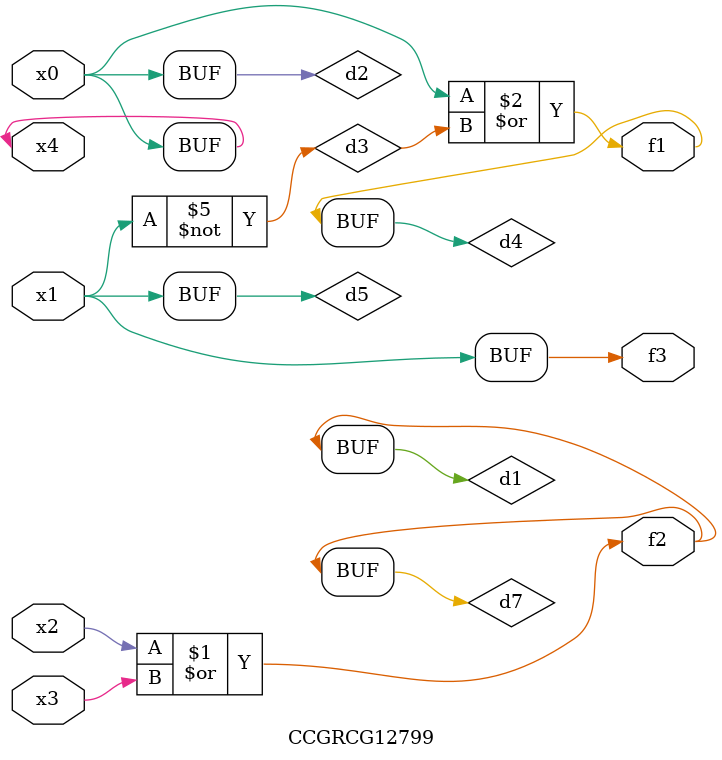
<source format=v>
module CCGRCG12799(
	input x0, x1, x2, x3, x4,
	output f1, f2, f3
);

	wire d1, d2, d3, d4, d5, d6, d7;

	or (d1, x2, x3);
	buf (d2, x0, x4);
	not (d3, x1);
	or (d4, d2, d3);
	not (d5, d3);
	nand (d6, d1, d3);
	or (d7, d1);
	assign f1 = d4;
	assign f2 = d7;
	assign f3 = d5;
endmodule

</source>
